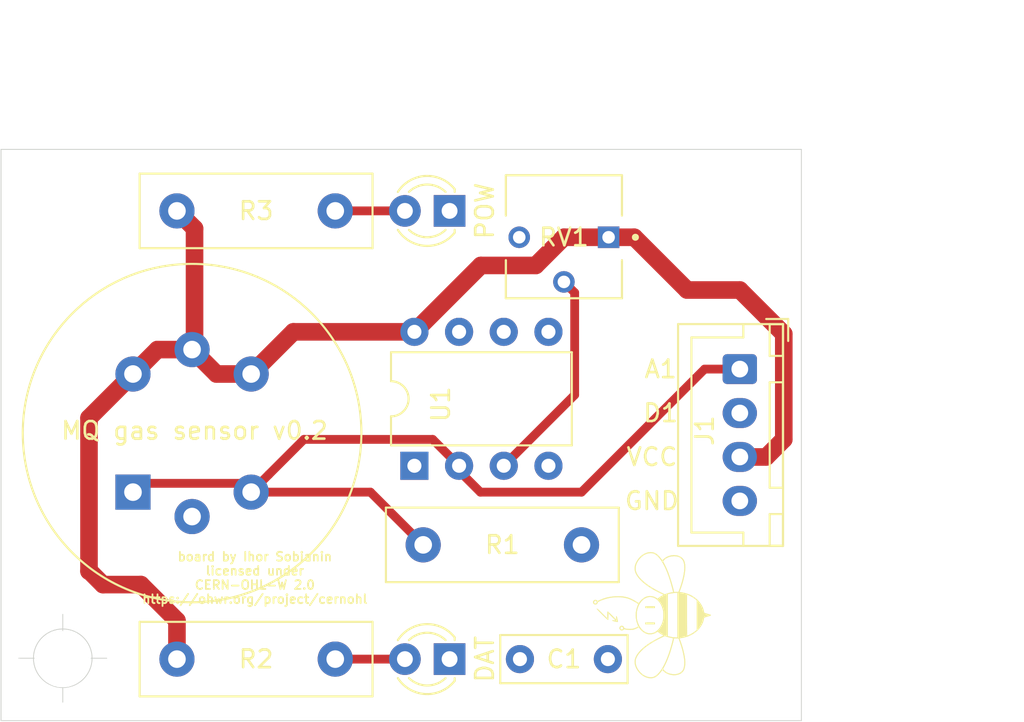
<source format=kicad_pcb>

(kicad_pcb
  (version 20171130)
  (host pcbnew 5.1.10-88a1d61d58~90~ubuntu20.04.1)
  (general
    (thickness 1.6)
    (drawings 18)
    (tracks 57)
    (zones 0)
    (modules 15)
    (nets 8))
  (page A4)
  (layers
    (0 F.Cu signal)
    (31 B.Cu signal)
    (32 B.Adhes user)
    (33 F.Adhes user)
    (34 B.Paste user)
    (35 F.Paste user)
    (36 B.SilkS user)
    (37 F.SilkS user)
    (38 B.Mask user)
    (39 F.Mask user)
    (40 Dwgs.User user)
    (41 Cmts.User user)
    (42 Eco1.User user)
    (43 Eco2.User user)
    (44 Edge.Cuts user)
    (45 Margin user)
    (46 B.CrtYd user)
    (47 F.CrtYd user)
    (48 B.Fab user)
    (49 F.Fab user hide))
  (setup
    (last_trace_width 1)
    (user_trace_width 0.5)
    (user_trace_width 1)
    (trace_clearance 0.2)
    (zone_clearance 0.5)
    (zone_45_only no)
    (trace_min 0.2)
    (via_size 0.8)
    (via_drill 0.4)
    (via_min_size 0.4)
    (via_min_drill 0.3)
    (uvia_size 0.3)
    (uvia_drill 0.1)
    (uvias_allowed no)
    (uvia_min_size 0.2)
    (uvia_min_drill 0.1)
    (edge_width 0.05)
    (segment_width 0.2)
    (pcb_text_width 0.3)
    (pcb_text_size 1.5 1.5)
    (mod_edge_width 0.12)
    (mod_text_size 1 1)
    (mod_text_width 0.15)
    (pad_size 1.524 1.524)
    (pad_drill 0.762)
    (pad_to_mask_clearance 0)
    (aux_axis_origin 127.5 116)
    (visible_elements 7FFFFFFF)
    (pcbplotparams
      (layerselection 0x3ffff_ffffffff)
      (usegerberextensions false)
      (usegerberattributes false)
      (usegerberadvancedattributes false)
      (creategerberjobfile false)
      (excludeedgelayer true)
      (linewidth 0.1)
      (plotframeref false)
      (viasonmask false)
      (mode 1)
      (useauxorigin false)
      (hpglpennumber 1)
      (hpglpenspeed 20)
      (hpglpendiameter 15.0)
      (psnegative false)
      (psa4output false)
      (plotreference true)
      (plotvalue true)
      (plotinvisibletext false)
      (padsonsilk false)
      (subtractmaskfromsilk false)
      (outputformat 1)
      (mirror false)
      (drillshape 0)
      (scaleselection 1)
      (outputdirectory "gerber/")))
  (net 0 "")
  (net 1 GND)
  (net 2 D1)
  (net 3 "Net-(D1-Pad2)")
  (net 4 "Net-(D2-Pad2)")
  (net 5 A1)
  (net 6 +5V)
  (net 7 "Net-(RV1-Pad2)")
  (net_class Default "This is the default net class."
    (clearance 0.2)
    (trace_width 0.25)
    (via_dia 0.8)
    (via_drill 0.4)
    (uvia_dia 0.3)
    (uvia_drill 0.1)
    (add_net +5V)
    (add_net A1)
    (add_net D1)
    (add_net GND)
    (add_net "Net-(D1-Pad2)")
    (add_net "Net-(D2-Pad2)")
    (add_net "Net-(RV1-Pad2)"))
  (module logo-beehive:logo-beehive-7_2х6_7mm
    (layer F.Cu)
    (tedit 0)
    (tstamp 5FD2C7A3)
    (at 161 113.5 90)
    (fp_text reference G***
      (at 0 0 90)
      (layer F.SilkS) hide
      (effects
        (font
          (size 1.524 1.524)
          (thickness 0.3))))
    (fp_text value LOGO
      (at 0.75 0 90)
      (layer F.SilkS) hide
      (effects
        (font
          (size 1.524 1.524)
          (thickness 0.3))))
    (fp_poly
      (pts
        (xy 0.508 0.173182)
        (xy 0.404091 0.173182)
        (xy 0.404091 -0.369454)
        (xy 0.508 -0.369454)
        (xy 0.508 0.173182))
      (layer F.SilkS)
      (width 0.01))
    (fp_poly
      (pts
        (xy -0.415636 0.173182)
        (xy -0.519546 0.173182)
        (xy -0.519546 -0.369454)
        (xy -0.415636 -0.369454)
        (xy -0.415636 0.173182))
      (layer F.SilkS)
      (width 0.01))
    (fp_poly
      (pts
        (xy 0.373099 -3.122533)
        (xy 0.369224 -3.109199)
        (xy 0.354184 -3.086757)
        (xy 0.327016 -3.054031)
        (xy 0.28676 -3.009848)
        (xy 0.232455 -2.953033)
        (xy 0.16314 -2.882413)
        (xy 0.096827 -2.815781)
        (xy -0.190327 -2.528454)
        (xy 0.008746 -2.528454)
        (xy 0.081153 -2.528276)
        (xy 0.133629 -2.52753)
        (xy 0.169333 -2.525895)
        (xy 0.191424 -2.523054)
        (xy 0.203059 -2.518688)
        (xy 0.207397 -2.512477)
        (xy 0.207818 -2.50835)
        (xy 0.199922 -2.495335)
        (xy 0.177598 -2.468358)
        (xy 0.14289 -2.429638)
        (xy 0.097844 -2.381393)
        (xy 0.044505 -2.325843)
        (xy -0.015081 -2.265206)
        (xy -0.031647 -2.248578)
        (xy -0.107675 -2.171851)
        (xy -0.167131 -2.110416)
        (xy -0.21038 -2.063869)
        (xy -0.237787 -2.031809)
        (xy -0.249716 -2.01383)
        (xy -0.248124 -2.009314)
        (xy -0.224942 -2.01189)
        (xy -0.188032 -2.018168)
        (xy -0.15317 -2.025161)
        (xy -0.112516 -2.033013)
        (xy -0.088124 -2.034732)
        (xy -0.073974 -2.030254)
        (xy -0.067646 -2.024266)
        (xy -0.060571 -2.01187)
        (xy -0.063805 -2.001313)
        (xy -0.079929 -1.991447)
        (xy -0.111523 -1.981122)
        (xy -0.161166 -1.969192)
        (xy -0.218458 -1.957139)
        (xy -0.281228 -1.944397)
        (xy -0.325023 -1.935816)
        (xy -0.353499 -1.93097)
        (xy -0.370313 -1.929433)
        (xy -0.379119 -1.930779)
        (xy -0.383574 -1.934583)
        (xy -0.385558 -1.937671)
        (xy -0.386495 -1.953939)
        (xy -0.382402 -1.986838)
        (xy -0.374463 -2.031182)
        (xy -0.363866 -2.081789)
        (xy -0.351794 -2.133474)
        (xy -0.339436 -2.181054)
        (xy -0.327975 -2.219345)
        (xy -0.318599 -2.243164)
        (xy -0.31449 -2.248343)
        (xy -0.295101 -2.249946)
        (xy -0.285455 -2.234986)
        (xy -0.285226 -2.201866)
        (xy -0.294087 -2.148986)
        (xy -0.294139 -2.148738)
        (xy -0.302673 -2.107185)
        (xy -0.308924 -2.074871)
        (xy -0.311687 -2.05806)
        (xy -0.311727 -2.057342)
        (xy -0.303951 -2.063003)
        (xy -0.282058 -2.082978)
        (xy -0.248202 -2.115196)
        (xy -0.204539 -2.157586)
        (xy -0.153221 -2.208077)
        (xy -0.103751 -2.257256)
        (xy 0.104224 -2.464954)
        (xy -0.083408 -2.470727)
        (xy -0.15498 -2.473257)
        (xy -0.20655 -2.476017)
        (xy -0.241206 -2.479383)
        (xy -0.262038 -2.48373)
        (xy -0.272134 -2.489436)
        (xy -0.274392 -2.494)
        (xy -0.267207 -2.50546)
        (xy -0.245659 -2.530835)
        (xy -0.211923 -2.567927)
        (xy -0.168174 -2.614538)
        (xy -0.116585 -2.668467)
        (xy -0.059333 -2.727516)
        (xy 0.001408 -2.789486)
        (xy 0.063464 -2.852177)
        (xy 0.12466 -2.913392)
        (xy 0.18282 -2.97093)
        (xy 0.235771 -3.022593)
        (xy 0.281337 -3.066181)
        (xy 0.317345 -3.099496)
        (xy 0.341618 -3.120339)
        (xy 0.351193 -3.126571)
        (xy 0.366768 -3.127932)
        (xy 0.373099 -3.122533))
      (layer F.SilkS)
      (width 0.01))
    (fp_poly
      (pts
        (xy 0.781124 -3.338272)
        (xy 0.820066 -3.312623)
        (xy 0.850866 -3.27735)
        (xy 0.862381 -3.253557)
        (xy 0.869381 -3.203831)
        (xy 0.86004 -3.155836)
        (xy 0.836291 -3.117453)
        (xy 0.826963 -3.109228)
        (xy 0.800557 -3.08931)
        (xy 0.860848 -2.961859)
        (xy 0.942059 -2.765907)
        (xy 1.003933 -2.561687)
        (xy 1.0468 -2.347606)
        (xy 1.070993 -2.122074)
        (xy 1.077124 -1.922318)
        (xy 1.073712 -1.775328)
        (xy 1.063437 -1.645173)
        (xy 1.045563 -1.526426)
        (xy 1.019354 -1.413658)
        (xy 0.998815 -1.345045)
        (xy 0.968368 -1.263013)
        (xy 0.926952 -1.169003)
        (xy 0.877686 -1.069335)
        (xy 0.823684 -0.970328)
        (xy 0.770857 -0.882677)
        (xy 0.741321 -0.836271)
        (xy 0.716056 -0.796521)
        (xy 0.69781 -0.767754)
        (xy 0.689434 -0.754466)
        (xy 0.694321 -0.742271)
        (xy 0.714538 -0.722105)
        (xy 0.745386 -0.698528)
        (xy 0.810309 -0.647155)
        (xy 0.876016 -0.583521)
        (xy 0.937047 -0.513779)
        (xy 0.987937 -0.444085)
        (xy 1.018545 -0.390721)
        (xy 1.053095 -0.310872)
        (xy 1.074433 -0.238095)
        (xy 1.084874 -0.162371)
        (xy 1.086945 -0.094934)
        (xy 1.076086 0.020467)
        (xy 1.045188 0.132328)
        (xy 0.995987 0.235343)
        (xy 0.96275 0.284984)
        (xy 0.935175 0.321741)
        (xy 0.996225 0.402894)
        (xy 1.032255 0.454242)
        (xy 1.070613 0.514339)
        (xy 1.103634 0.571117)
        (xy 1.10681 0.577014)
        (xy 1.156345 0.669982)
        (xy 1.269255 0.441786)
        (xy 1.379742 0.226784)
        (xy 1.488243 0.032834)
        (xy 1.595982 -0.141879)
        (xy 1.704185 -0.29917)
        (xy 1.814075 -0.440853)
        (xy 1.926878 -0.568743)
        (xy 2.004467 -0.647395)
        (xy 2.12895 -0.758498)
        (xy 2.2502 -0.847038)
        (xy 2.36916 -0.913164)
        (xy 2.48677 -0.957023)
        (xy 2.603972 -0.978764)
        (xy 2.721707 -0.978534)
        (xy 2.840917 -0.956481)
        (xy 2.962542 -0.912754)
        (xy 3.087524 -0.847501)
        (xy 3.125835 -0.823735)
        (xy 3.238046 -0.741435)
        (xy 3.336093 -0.648795)
        (xy 3.419199 -0.547932)
        (xy 3.486591 -0.440965)
        (xy 3.537492 -0.33001)
        (xy 3.571127 -0.217185)
        (xy 3.586721 -0.104607)
        (xy 3.583499 0.005605)
        (xy 3.560685 0.111335)
        (xy 3.517504 0.210464)
        (xy 3.509522 0.224138)
        (xy 3.467783 0.282863)
        (xy 3.410567 0.348425)
        (xy 3.342435 0.416194)
        (xy 3.267951 0.481537)
        (xy 3.215409 0.522663)
        (xy 3.176019 0.551978)
        (xy 3.144162 0.575822)
        (xy 3.123999 0.591072)
        (xy 3.119139 0.594895)
        (xy 3.125036 0.603996)
        (xy 3.144107 0.625315)
        (xy 3.172877 0.655066)
        (xy 3.189509 0.671619)
        (xy 3.25791 0.75317)
        (xy 3.316458 0.851565)
        (xy 3.363304 0.961991)
        (xy 3.396598 1.079634)
        (xy 3.414493 1.199678)
        (xy 3.417102 1.264228)
        (xy 3.40813 1.381577)
        (xy 3.38235 1.49233)
        (xy 3.34125 1.593721)
        (xy 3.286317 1.682986)
        (xy 3.219038 1.75736)
        (xy 3.140903 1.814077)
        (xy 3.113719 1.828107)
        (xy 3.009087 1.865839)
        (xy 2.886866 1.889603)
        (xy 2.747784 1.899491)
        (xy 2.592566 1.895596)
        (xy 2.42194 1.878011)
        (xy 2.236633 1.846829)
        (xy 2.037372 1.802142)
        (xy 1.824883 1.744044)
        (xy 1.599893 1.672626)
        (xy 1.430663 1.613046)
        (xy 1.320008 1.572564)
        (xy 1.295866 1.718578)
        (xy 1.25303 1.913354)
        (xy 1.190764 2.095947)
        (xy 1.10864 2.267293)
        (xy 1.006231 2.428329)
        (xy 0.923258 2.534228)
        (xy 0.814822 2.647279)
        (xy 0.693857 2.746765)
        (xy 0.563822 2.830581)
        (xy 0.428175 2.896622)
        (xy 0.290374 2.942784)
        (xy 0.229531 2.956334)
        (xy 0.189546 2.963931)
        (xy 0.158226 2.970106)
        (xy 0.143514 2.973255)
        (xy 0.135688 2.984969)
        (xy 0.123584 3.014497)
        (xy 0.108873 3.057339)
        (xy 0.093667 3.107452)
        (xy 0.076809 3.166365)
        (xy 0.060376 3.223781)
        (xy 0.0465 3.272257)
        (xy 0.038811 3.299114)
        (xy 0.025628 3.336932)
        (xy 0.012258 3.355729)
        (xy 0 3.359728)
        (xy -0.015288 3.353083)
        (xy -0.028404 3.330514)
        (xy -0.038811 3.299114)
        (xy -0.049206 3.262807)
        (xy -0.063822 3.211743)
        (xy -0.080529 3.153364)
        (xy -0.093667 3.107452)
        (xy -0.109311 3.055982)
        (xy -0.123971 3.013455)
        (xy -0.135977 2.984371)
        (xy -0.143515 2.973255)
        (xy -0.160656 2.969615)
        (xy -0.19313 2.96324)
        (xy -0.229531 2.956334)
        (xy -0.367186 2.919651)
        (xy -0.504219 2.862154)
        (xy -0.637175 2.785947)
        (xy -0.762596 2.693133)
        (xy -0.877026 2.585815)
        (xy -0.923269 2.534228)
        (xy -1.03903 2.38033)
        (xy -1.135257 2.214564)
        (xy -1.212083 2.036622)
        (xy -1.219586 2.011796)
        (xy -1.165985 2.011796)
        (xy -1.160628 2.030696)
        (xy -1.146181 2.0653)
        (xy -1.124874 2.111187)
        (xy -1.098933 2.163934)
        (xy -1.070588 2.219118)
        (xy -1.042066 2.272316)
        (xy -1.015595 2.319106)
        (xy -0.993403 2.355066)
        (xy -0.991985 2.357185)
        (xy -0.958579 2.404438)
        (xy -0.920872 2.454363)
        (xy -0.891354 2.490932)
        (xy -0.840013 2.551546)
        (xy 0.841033 2.551546)
        (xy 0.892441 2.490932)
        (xy 0.93843 2.432196)
        (xy 0.986502 2.362985)
        (xy 1.033888 2.288071)
        (xy 1.077819 2.212231)
        (xy 1.115523 2.140238)
        (xy 1.144233 2.076867)
        (xy 1.160841 2.028255)
        (xy 1.168594 1.997364)
        (xy 0.001251 1.997364)
        (xy -0.195644 1.997416)
        (xy -0.37057 1.997583)
        (xy -0.524648 1.997878)
        (xy -0.659 1.998316)
        (xy -0.774746 1.998909)
        (xy -0.873009 1.999671)
        (xy -0.95491 2.000618)
        (xy -1.02157 2.001762)
        (xy -1.074111 2.003117)
        (xy -1.113653 2.004698)
        (xy -1.141319 2.006517)
        (xy -1.158229 2.00859)
        (xy -1.165506 2.01093)
        (xy -1.165985 2.011796)
        (xy -1.219586 2.011796)
        (xy -1.26964 1.846195)
        (xy -1.308059 1.642973)
        (xy -1.310363 1.625739)
        (xy -1.317382 1.571614)
        (xy -1.42935 1.612882)
        (xy -1.629865 1.683029)
        (xy -1.825759 1.744185)
        (xy -2.015 1.795944)
        (xy -2.195555 1.837898)
        (xy -2.365393 1.869639)
        (xy -2.522479 1.89076)
        (xy -2.664783 1.900853)
        (xy -2.790271 1.899511)
        (xy -2.838314 1.895344)
        (xy -2.96209 1.875638)
        (xy -3.066609 1.846125)
        (xy -3.154103 1.80545)
        (xy -3.226803 1.752259)
        (xy -3.286941 1.685198)
        (xy -3.336747 1.602914)
        (xy -3.343746 1.588582)
        (xy -3.385695 1.481123)
        (xy -3.408942 1.37211)
        (xy -3.411475 1.320836)
        (xy -3.357374 1.320836)
        (xy -3.349051 1.403928)
        (xy -3.330314 1.480954)
        (xy -3.299783 1.559775)
        (xy -3.296364 1.567326)
        (xy -3.25627 1.634464)
        (xy -3.201534 1.697768)
        (xy -3.138721 1.750591)
        (xy -3.084262 1.782114)
        (xy -2.99339 1.813382)
        (xy -2.884978 1.834294)
        (xy -2.762244 1.844603)
        (xy -2.628408 1.844064)
        (xy -2.486691 1.83243)
        (xy -2.463978 1.829585)
        (xy -2.25216 1.794568)
        (xy -2.026325 1.743379)
        (xy -1.788428 1.676523)
        (xy -1.540425 1.594501)
        (xy -1.510962 1.583982)
        (xy -1.325191 1.51715)
        (xy -1.320921 1.390773)
        (xy -1.27 1.390773)
        (xy -1.27 1.454728)
        (xy 1.273528 1.454728)
        (xy 1.266408 1.330287)
        (xy 1.260547 1.26306)
        (xy 1.316252 1.26306)
        (xy 1.321954 1.512174)
        (xy 1.368136 1.530811)
        (xy 1.439484 1.558222)
        (xy 1.526724 1.589564)
        (xy 1.623473 1.622685)
        (xy 1.72335 1.655429)
        (xy 1.819972 1.685644)
        (xy 1.878735 1.703118)
        (xy 2.093291 1.760255)
        (xy 2.292609 1.802908)
        (xy 2.476182 1.831017)
        (xy 2.6435 1.844517)
        (xy 2.794056 1.843349)
        (xy 2.91629 1.829447)
        (xy 3.012927 1.807479)
        (xy 3.091872 1.777436)
        (xy 3.157765 1.737114)
        (xy 3.209942 1.690006)
        (xy 3.274118 1.607281)
        (xy 3.319819 1.513726)
        (xy 3.347495 1.407928)
        (xy 3.357597 1.28847)
        (xy 3.356526 1.229811)
        (xy 3.340665 1.088035)
        (xy 3.306955 0.96039)
        (xy 3.255506 0.847166)
        (xy 3.186427 0.748656)
        (xy 3.170098 0.730306)
        (xy 3.127268 0.685713)
        (xy 3.094795 0.657447)
        (xy 3.0686 0.643813)
        (xy 3.044605 0.643112)
        (xy 3.018734 0.65365)
        (xy 3.005226 0.661713)
        (xy 2.958944 0.688662)
        (xy 2.89593 0.722084)
        (xy 2.820825 0.759719)
        (xy 2.738272 0.799303)
        (xy 2.652912 0.838574)
        (xy 2.569387 0.875271)
        (xy 2.550619 0.883239)
        (xy 2.457139 0.920633)
        (xy 2.346529 0.961571)
        (xy 2.223166 1.004679)
        (xy 2.09143 1.048584)
        (xy 1.955698 1.091912)
        (xy 1.820349 1.133289)
        (xy 1.689763 1.171341)
        (xy 1.568317 1.204694)
        (xy 1.46039 1.231975)
        (xy 1.385859 1.248683)
        (xy 1.316252 1.26306)
        (xy 1.260547 1.26306)
        (xy 1.259747 1.253895)
        (xy 1.248535 1.167625)
        (xy 1.234147 1.079964)
        (xy 1.217961 0.9994)
        (xy 1.203276 0.940955)
        (xy 1.193293 0.906319)
        (xy -1.194304 0.906319)
        (xy -1.220268 1.010228)
        (xy -1.23911 1.098477)
        (xy -1.254501 1.195531)
        (xy -1.26518 1.29174)
        (xy -1.269885 1.377451)
        (xy -1.27 1.390773)
        (xy -1.320921 1.390773)
        (xy -1.316645 1.264228)
        (xy -1.434754 1.236895)
        (xy -1.501797 1.22041)
        (xy -1.585737 1.198273)
        (xy -1.681508 1.171947)
        (xy -1.78404 1.142901)
        (xy -1.888267 1.112598)
        (xy -1.989119 1.082507)
        (xy -2.08153 1.054092)
        (xy -2.160431 1.02882)
        (xy -2.199409 1.015696)
        (xy -2.323182 0.971175)
        (xy -2.448985 0.92273)
        (xy -2.572984 0.872035)
        (xy -2.691345 0.820767)
        (xy -2.800235 0.770601)
        (xy -2.89582 0.723212)
        (xy -2.974265 0.680275)
        (xy -2.993815 0.668554)
        (xy -3.027147 0.649909)
        (xy -3.05353 0.642358)
        (xy -3.078126 0.647357)
        (xy -3.106096 0.666363)
        (xy -3.142603 0.700832)
        (xy -3.15587 0.714282)
        (xy -3.232717 0.809128)
        (xy -3.291358 0.918026)
        (xy -3.331675 1.040673)
        (xy -3.353547 1.176766)
        (xy -3.356664 1.223819)
        (xy -3.357374 1.320836)
        (xy -3.411475 1.320836)
        (xy -3.414734 1.254894)
        (xy -3.413307 1.218046)
        (xy -3.396132 1.080679)
        (xy -3.361188 0.952052)
        (xy -3.309573 0.83484)
        (xy -3.242385 0.731716)
        (xy -3.188985 0.671619)
        (xy -3.1569 0.639059)
        (xy -3.132792 0.613101)
        (xy -3.120127 0.597552)
        (xy -3.119139 0.594895)
        (xy -3.1295 0.586909)
        (xy -3.154289 0.568322)
        (xy -3.189354 0.542238)
        (xy -3.216089 0.522438)
        (xy -3.292731 0.461203)
        (xy -3.366118 0.3941)
        (xy -3.431605 0.325854)
        (xy -3.484547 0.261184)
        (xy -3.509522 0.224148)
        (xy -3.556269 0.125261)
        (xy -3.582294 0.01982)
        (xy -3.58729 -0.071302)
        (xy -3.531475 -0.071302)
        (xy -3.530831 -0.039606)
        (xy -3.527441 0.015291)
        (xy -3.521365 0.056568)
        (xy -3.510236 0.093692)
        (xy -3.491685 0.136134)
        (xy -3.481814 0.156403)
        (xy -3.425027 0.248295)
        (xy -3.345829 0.340169)
        (xy -3.244895 0.431635)
        (xy -3.122901 0.522299)
        (xy -2.980524 0.611771)
        (xy -2.81844 0.699659)
        (xy -2.637324 0.785571)
        (xy -2.437852 0.869116)
        (xy -2.220702 0.949901)
        (xy -1.986548 1.027535)
        (xy -1.9685 1.033164)
        (xy -1.899652 1.053987)
        (xy -1.823419 1.076095)
        (xy -1.742903 1.098684)
        (xy -1.661204 1.120951)
        (xy -1.581421 1.142094)
        (xy -1.506657 1.161309)
        (xy -1.440011 1.177795)
        (xy -1.384584 1.190747)
        (xy -1.343476 1.199364)
        (xy -1.319788 1.202841)
        (xy -1.315331 1.202301)
        (xy -1.310525 1.18843)
        (xy -1.303023 1.157156)
        (xy -1.294048 1.113834)
        (xy -1.288644 1.085273)
        (xy -1.275538 1.023924)
        (xy -1.257466 0.952675)
        (xy -1.237498 0.883276)
        (xy -1.228744 0.855882)
        (xy -1.188907 0.736173)
        (xy -1.190922 0.731736)
        (xy 1.187715 0.731736)
        (xy 1.224028 0.841244)
        (xy 1.24494 0.908541)
        (xy 1.264527 0.979266)
        (xy 1.281511 1.04802)
        (xy 1.294618 1.109401)
        (xy 1.302571 1.158011)
        (xy 1.304386 1.181301)
        (xy 1.307638 1.204155)
        (xy 1.31928 1.209081)
        (xy 1.324841 1.207791)
        (xy 1.342821 1.202968)
        (xy 1.378686 1.193763)
        (xy 1.427904 1.181327)
        (xy 1.485942 1.166807)
        (xy 1.512454 1.160216)
        (xy 1.7631 1.094106)
        (xy 2.000962 1.023487)
        (xy 2.225116 0.948828)
        (xy 2.434641 0.870599)
        (xy 2.628614 0.789271)
        (xy 2.806113 0.705311)
        (xy 2.966216 0.61919)
        (xy 3.108001 0.531377)
        (xy 3.230545 0.442341)
        (xy 3.332927 0.352553)
        (xy 3.414223 0.262482)
        (xy 3.473511 0.172596)
        (xy 3.480994 0.15806)
        (xy 3.502829 0.111304)
        (xy 3.516532 0.072763)
        (xy 3.524475 0.033013)
        (xy 3.529027 -0.017368)
        (xy 3.530161 -0.037404)
        (xy 3.525184 -0.160604)
        (xy 3.497675 -0.281907)
        (xy 3.448182 -0.400087)
        (xy 3.377254 -0.513921)
        (xy 3.285439 -0.622184)
        (xy 3.25425 -0.653064)
        (xy 3.14536 -0.74489)
        (xy 3.031263 -0.818683)
        (xy 2.914113 -0.873715)
        (xy 2.796064 -0.909257)
        (xy 2.679268 -0.924579)
        (xy 2.565881 -0.918952)
        (xy 2.505364 -0.906562)
        (xy 2.39331 -0.865968)
        (xy 2.278736 -0.803154)
        (xy 2.162206 -0.718784)
        (xy 2.044283 -0.613524)
        (xy 1.925533 -0.488036)
        (xy 1.80652 -0.342986)
        (xy 1.687807 -0.179037)
        (xy 1.56996 0.003146)
        (xy 1.453542 0.202899)
        (xy 1.339118 0.419558)
        (xy 1.284575 0.530391)
        (xy 1.187715 0.731736)
        (xy -1.190922 0.731736)
        (xy -1.242049 0.6192)
        (xy -1.344968 0.403905)
        (xy -1.452176 0.201117)
        (xy -1.562851 0.011828)
        (xy -1.676172 -0.16297)
        (xy -1.791318 -0.322286)
        (xy -1.907468 -0.465127)
        (xy -2.0238 -0.590502)
        (xy -2.139494 -0.697418)
        (xy -2.253727 -0.784885)
        (xy -2.36568 -0.851909)
        (xy -2.47453 -0.8975)
        (xy -2.505364 -0.906562)
        (xy -2.615938 -0.924099)
        (xy -2.731113 -0.920284)
        (xy -2.848734 -0.895846)
        (xy -2.966648 -0.851514)
        (xy -3.082701 -0.788017)
        (xy -3.19474 -0.706084)
        (xy -3.25425 -0.653064)
        (xy -3.352283 -0.546482)
        (xy -3.429568 -0.433803)
        (xy -3.485559 -0.316239)
        (xy -3.51971 -0.195001)
        (xy -3.531475 -0.071302)
        (xy -3.58729 -0.071302)
        (xy -3.588325 -0.090174)
        (xy -3.575091 -0.202723)
        (xy -3.543319 -0.315828)
        (xy -3.493736 -0.427488)
        (xy -3.427071 -0.535706)
        (xy -3.344052 -0.638481)
        (xy -3.245405 -0.733815)
        (xy -3.131858 -0.819709)
        (xy -3.128818 -0.821729)
        (xy -3.003531 -0.894559)
        (xy -2.880454 -0.945281)
        (xy -2.758981 -0.973797)
        (xy -2.638509 -0.980009)
        (xy -2.518432 -0.96382)
        (xy -2.398146 -0.925131)
        (xy -2.277046 -0.863845)
        (xy -2.154528 -0.779862)
        (xy -2.029987 -0.673087)
        (xy -1.993285 -0.637726)
        (xy -1.876664 -0.514496)
        (xy -1.76359 -0.378067)
        (xy -1.652878 -0.226667)
        (xy -1.543339 -0.058527)
        (xy -1.433786 0.128125)
        (xy -1.323032 0.335058)
        (xy -1.269145 0.442009)
        (xy -1.156125 0.670426)
        (xy -1.109291 0.580554)
        (xy -1.078495 0.526225)
        (xy -1.040587 0.466059)
        (xy -1.003155 0.412031)
        (xy -0.998816 0.406212)
        (xy -0.935175 0.321741)
        (xy -0.962751 0.284984)
        (xy -1.021033 0.188878)
        (xy -1.061938 0.08109)
        (xy -1.083733 -0.033077)
        (xy -1.086945 -0.094934)
        (xy -1.086541 -0.104581)
        (xy -1.03596 -0.104581)
        (xy -1.026154 0.004092)
        (xy -0.995446 0.109498)
        (xy -0.944929 0.210166)
        (xy -0.875696 0.304621)
        (xy -0.78884 0.391391)
        (xy -0.685456 0.469002)
        (xy -0.566635 0.535983)
        (xy -0.433472 0.590859)
        (xy -0.423003 0.594423)
        (xy -0.343148 0.618909)
        (xy -0.268002 0.636303)
        (xy -0.191285 0.647415)
        (xy -0.10671 0.653053)
        (xy -0.007997 0.654028)
        (xy 0.034636 0.653341)
        (xy 0.112848 0.651127)
        (xy 0.17405 0.647841)
        (xy 0.224321 0.642791)
        (xy 0.269739 0.635286)
        (xy 0.316383 0.624634)
        (xy 0.339248 0.618667)
        (xy 0.48028 0.572409)
        (xy 0.60799 0.513494)
        (xy 0.721255 0.443288)
        (xy 0.818952 0.363159)
        (xy 0.89996 0.274475)
        (xy 0.963155 0.178601)
        (xy 1.007416 0.076906)
        (xy 1.031619 -0.029243)
        (xy 1.034643 -0.13848)
        (xy 1.02377 -0.215046)
        (xy 0.988557 -0.32622)
        (xy 0.932382 -0.430687)
        (xy 0.856726 -0.527164)
        (xy 0.763074 -0.614365)
        (xy 0.652907 -0.691003)
        (xy 0.527709 -0.755794)
        (xy 0.388962 -0.807452)
        (xy 0.317435 -0.827343)
        (xy 0.265651 -0.839627)
        (xy 0.220998 -0.848283)
        (xy 0.17729 -0.853929)
        (xy 0.128345 -0.85718)
        (xy 0.067978 -0.858652)
        (xy 0 -0.858965)
        (xy -0.075828 -0.858546)
        (xy -0.134778 -0.856879)
        (xy -0.183055 -0.853351)
        (xy -0.226862 -0.847346)
        (xy -0.272404 -0.838251)
        (xy -0.3175 -0.827536)
        (xy -0.462194 -0.78292)
        (xy -0.594078 -0.724467)
        (xy -0.711668 -0.653466)
        (xy -0.813482 -0.571202)
        (xy -0.898035 -0.478962)
        (xy -0.963844 -0.378032)
        (xy -1.009426 -0.269698)
        (xy -1.02377 -0.215046)
        (xy -1.03596 -0.104581)
        (xy -1.086541 -0.104581)
        (xy -1.083385 -0.179891)
        (xy -1.070732 -0.2541)
        (xy -1.046671 -0.327578)
        (xy -1.018545 -0.390721)
        (xy -0.980207 -0.455708)
        (xy -0.927199 -0.525847)
        (xy -0.864982 -0.594984)
        (xy -0.799018 -0.656964)
        (xy -0.745379 -0.698532)
        (xy -0.681877 -0.742268)
        (xy -0.711307 -0.789657)
        (xy -0.775382 -0.91204)
        (xy -0.815808 -1.027545)
        (xy -0.827612 -1.090213)
        (xy -0.834802 -1.168285)
        (xy -0.837383 -1.254538)
        (xy -0.835358 -1.341751)
        (xy -0.828733 -1.422702)
        (xy -0.81751 -1.490171)
        (xy -0.815547 -1.498229)
        (xy -0.794048 -1.58214)
        (xy -0.823808 -1.60555)
        (xy -0.855103 -1.643446)
        (xy -0.868873 -1.689922)
        (xy -0.86773 -1.706645)
        (xy -0.819727 -1.706645)
        (xy -0.810207 -1.679885)
        (xy -0.786971 -1.652868)
        (xy -0.758005 -1.63322)
        (xy -0.737292 -1.627909)
        (xy -0.710612 -1.635591)
        (xy -0.684812 -1.653012)
        (xy -0.663044 -1.686513)
        (xy -0.659999 -1.722991)
        (xy -0.673306 -1.756371)
        (xy -0.700596 -1.780577)
        (xy -0.738071 -1.789545)
        (xy -0.771185 -1.779412)
        (xy -0.800241 -1.754129)
        (xy -0.817681 -1.721369)
        (xy -0.819727 -1.706645)
        (xy -0.86773 -1.706645)
        (xy -0.865518 -1.739005)
        (xy -0.845439 -1.784719)
        (xy -0.809361 -1.820873)
        (xy -0.764231 -1.842776)
        (xy -0.71985 -1.844407)
        (xy -0.67516 -1.829062)
        (xy -0.639173 -1.800811)
        (xy -0.612432 -1.758947)
        (xy -0.600564 -1.712661)
        (xy -0.600407 -1.706982)
        (xy -0.610708 -1.664952)
        (xy -0.637735 -1.624526)
        (xy -0.675862 -1.593111)
        (xy -0.693329 -1.584583)
        (xy -0.721895 -1.570686)
        (xy -0.739711 -1.55217)
        (xy -0.753326 -1.521228)
        (xy -0.757751 -1.507784)
        (xy -0.769308 -1.45586)
        (xy -0.777432 -1.387829)
        (xy -0.781948 -1.310446)
        (xy -0.782678 -1.230465)
        (xy -0.779447 -1.15464)
        (xy -0.772077 -1.089725)
        (xy -0.769104 -1.073727)
        (xy -0.757296 -1.030294)
        (xy -0.73904 -0.97831)
        (xy -0.716774 -0.923294)
        (xy -0.692936 -0.870762)
        (xy -0.669964 -0.826231)
        (xy -0.650298 -0.795219)
        (xy -0.641975 -0.786089)
        (xy -0.623931 -0.784078)
        (xy -0.587414 -0.793208)
        (xy -0.531675 -0.81367)
        (xy -0.528876 -0.814791)
        (xy -0.356342 -0.871998)
        (xy -0.181043 -0.906566)
        (xy -0.004425 -0.918495)
        (xy 0.172062 -0.907786)
        (xy 0.346972 -0.87444)
        (xy 0.518857 -0.818457)
        (xy 0.529286 -0.814279)
        (xy 0.629227 -0.773804)
        (xy 0.652693 -0.802464)
        (xy 0.675511 -0.833998)
        (xy 0.706046 -0.881335)
        (xy 0.741548 -0.939695)
        (xy 0.779269 -1.004299)
        (xy 0.816461 -1.070367)
        (xy 0.850376 -1.133118)
        (xy 0.878263 -1.187772)
        (xy 0.894974 -1.223818)
        (xy 0.952283 -1.384565)
        (xy 0.993139 -1.55845)
        (xy 1.017692 -1.742563)
        (xy 1.026091 -1.933994)
        (xy 1.018488 -2.129834)
        (xy 0.995032 -2.327174)
        (xy 0.955874 -2.523103)
        (xy 0.901163 -2.714712)
        (xy 0.83105 -2.899092)
        (xy 0.805599 -2.955636)
        (xy 0.782039 -3.005003)
        (xy 0.764405 -3.037704)
        (xy 0.749165 -3.058139)
        (xy 0.732786 -3.070709)
        (xy 0.711739 -3.079812)
        (xy 0.70366 -3.082636)
        (xy 0.659252 -3.106825)
        (xy 0.624129 -3.142791)
        (xy 0.603562 -3.184206)
        (xy 0.600364 -3.206712)
        (xy 0.604074 -3.224306)
        (xy 0.659665 -3.224306)
        (xy 0.662521 -3.188954)
        (xy 0.683492 -3.15701)
        (xy 0.688511 -3.152747)
        (xy 0.725237 -3.132232)
        (xy 0.758193 -3.133638)
        (xy 0.791365 -3.157134)
        (xy 0.791388 -3.157157)
        (xy 0.814899 -3.190331)
        (xy 0.816319 -3.223285)
        (xy 0.795819 -3.260007)
        (xy 0.795798 -3.260034)
        (xy 0.76393 -3.285504)
        (xy 0.738071 -3.290454)
        (xy 0.699613 -3.281092)
        (xy 0.672753 -3.257031)
        (xy 0.659665 -3.224306)
        (xy 0.604074 -3.224306)
        (xy 0.611034 -3.257305)
        (xy 0.639695 -3.301015)
        (xy 0.68132 -3.332816)
        (xy 0.730884 -3.347682)
        (xy 0.741833 -3.348181)
        (xy 0.781124 -3.338272))
      (layer F.SilkS)
      (width 0.01)))
  (module MountingHole:MountingHole_3.2mm_M3_DIN965
    (layer F.Cu)
    (tedit 56D1B4CB)
    (tstamp 5F325354)
    (at 166 90.5)
    (descr "Mounting Hole 3.2mm, no annular, M3, DIN965")
    (tags "mounting hole 3.2mm no annular m3 din965")
    (attr virtual)
    (fp_text reference REF**
      (at 0 -3.8)
      (layer F.Fab)
      (effects
        (font
          (size 1 1)
          (thickness 0.15))))
    (fp_text value MountingHole_3.2mm_M3_DIN965
      (at 0 3.8)
      (layer F.Fab) hide
      (effects
        (font
          (size 1 1)
          (thickness 0.15))))
    (fp_text user %R
      (at 0.3 0)
      (layer F.Fab)
      (effects
        (font
          (size 1 1)
          (thickness 0.15))))
    (fp_circle
      (center 0 0)
      (end 2.8 0)
      (layer Cmts.User)
      (width 0.15))
    (fp_circle
      (center 0 0)
      (end 3.05 0)
      (layer F.CrtYd)
      (width 0.05))
    (pad 1 np_thru_hole circle
      (at 0 0)
      (size 3.2 3.2)
      (drill 3.2)
      (layers *.Cu *.Mask)))
  (module MountingHole:MountingHole_3.2mm_M3_DIN965
    (layer F.Cu)
    (tedit 56D1B4CB)
    (tstamp 5F3251AF)
    (at 166 116)
    (descr "Mounting Hole 3.2mm, no annular, M3, DIN965")
    (tags "mounting hole 3.2mm no annular m3 din965")
    (attr virtual)
    (fp_text reference REF**
      (at 0 -3.8)
      (layer F.Fab)
      (effects
        (font
          (size 1 1)
          (thickness 0.15))))
    (fp_text value MountingHole_3.2mm_M3_DIN965
      (at 0 3.8)
      (layer F.Fab) hide
      (effects
        (font
          (size 1 1)
          (thickness 0.15))))
    (fp_text user %R
      (at 0.3 0)
      (layer F.Fab)
      (effects
        (font
          (size 1 1)
          (thickness 0.15))))
    (fp_circle
      (center 0 0)
      (end 3.05 0)
      (layer F.CrtYd)
      (width 0.05))
    (fp_circle
      (center 0 0)
      (end 2.8 0)
      (layer Cmts.User)
      (width 0.15))
    (pad 1 np_thru_hole circle
      (at 0 0)
      (size 3.2 3.2)
      (drill 3.2)
      (layers *.Cu *.Mask)))
  (module MountingHole:MountingHole_3.2mm_M3_DIN965
    (layer F.Cu)
    (tedit 56D1B4CB)
    (tstamp 5F3251AF)
    (at 127.5 90.5)
    (descr "Mounting Hole 3.2mm, no annular, M3, DIN965")
    (tags "mounting hole 3.2mm no annular m3 din965")
    (attr virtual)
    (fp_text reference REF**
      (at 0 -3.8)
      (layer F.Fab)
      (effects
        (font
          (size 1 1)
          (thickness 0.15))))
    (fp_text value MountingHole_3.2mm_M3_DIN965
      (at 0 3.8)
      (layer F.Fab) hide
      (effects
        (font
          (size 1 1)
          (thickness 0.15))))
    (fp_text user %R
      (at 0.3 0)
      (layer F.Fab)
      (effects
        (font
          (size 1 1)
          (thickness 0.15))))
    (fp_circle
      (center 0 0)
      (end 3.05 0)
      (layer F.CrtYd)
      (width 0.05))
    (fp_circle
      (center 0 0)
      (end 2.8 0)
      (layer Cmts.User)
      (width 0.15))
    (pad 1 np_thru_hole circle
      (at 0 0)
      (size 3.2 3.2)
      (drill 3.2)
      (layers *.Cu *.Mask)))
  (module MountingHole:MountingHole_3.2mm_M3_DIN965
    (layer F.Cu)
    (tedit 56D1B4CB)
    (tstamp 5F325196)
    (at 127.5 116)
    (descr "Mounting Hole 3.2mm, no annular, M3, DIN965")
    (tags "mounting hole 3.2mm no annular m3 din965")
    (attr virtual)
    (fp_text reference REF**
      (at 0 -3.8)
      (layer F.Fab)
      (effects
        (font
          (size 1 1)
          (thickness 0.15))))
    (fp_text value MountingHole_3.2mm_M3_DIN965
      (at 0 3.8)
      (layer F.Fab) hide
      (effects
        (font
          (size 1 1)
          (thickness 0.15))))
    (fp_text user %R
      (at 0.3 0)
      (layer F.Fab)
      (effects
        (font
          (size 1 1)
          (thickness 0.15))))
    (fp_circle
      (center 0 0)
      (end 2.8 0)
      (layer Cmts.User)
      (width 0.15))
    (fp_circle
      (center 0 0)
      (end 3.05 0)
      (layer F.CrtYd)
      (width 0.05))
    (pad 1 np_thru_hole circle
      (at 0 0)
      (size 3.2 3.2)
      (drill 3.2)
      (layers *.Cu *.Mask)))
  (module Sensor:MQ-6
    (layer F.Cu)
    (tedit 5D9B6A52)
    (tstamp 5F3232C7)
    (at 131.5 106.5 90)
    (descr "Gas Sensor, 6 pin, https://www.winsen-sensor.com/d/files/semiconductor/mq-6.pdf")
    (tags "gas sensor")
    (path /5F30F730)
    (fp_text reference A1
      (at 10 0 180)
      (layer F.SilkS) hide
      (effects
        (font
          (size 1 1)
          (thickness 0.15))))
    (fp_text value MQ-135
      (at 3.36 14.36 90)
      (layer F.Fab)
      (effects
        (font
          (size 1 1)
          (thickness 0.15))))
    (fp_text user %R
      (at 3.65 3.68 90)
      (layer F.Fab)
      (effects
        (font
          (size 1 1)
          (thickness 0.15))))
    (fp_circle
      (center 3.36 3.36)
      (end 12.86 3.36)
      (layer F.Fab)
      (width 0.1))
    (fp_circle
      (center 3.36 3.36)
      (end 12.985 3.36)
      (layer F.SilkS)
      (width 0.12))
    (fp_circle
      (center 3.36 3.36)
      (end 13.11 3.36)
      (layer F.CrtYd)
      (width 0.05))
    (pad 6 thru_hole circle
      (at 6.72 0)
      (size 2 2)
      (drill 1)
      (layers *.Cu *.Mask))
    (pad 4 thru_hole circle
      (at 6.72 6.72 270)
      (size 2 2)
      (drill 1)
      (layers *.Cu *.Mask)
      (net 6 +5V))
    (pad 3 thru_hole circle
      (at 0 6.72 180)
      (size 2 2)
      (drill 1)
      (layers *.Cu *.Mask)
      (net 5 A1))
    (pad 1 thru_hole rect
      (at 0 0 90)
      (size 2 2)
      (drill 1)
      (layers *.Cu *.Mask)
      (net 5 A1))
    (pad 5 thru_hole circle
      (at 8.11 3.36 90)
      (size 2 2)
      (drill 1)
      (layers *.Cu *.Mask)
      (net 6 +5V))
    (pad 2 thru_hole circle
      (at -1.39 3.36 90)
      (size 2 2)
      (drill 1)
      (layers *.Cu *.Mask))
    (model "E:/Program Files (x86)/KiCad/share/kicad/modules/Sensor.3dshapes/mq sensor.STEP"
      (offset
        (xyz 3.35 -3.42 0))
      (scale
        (xyz 0.45 0.45 0.45))
      (rotate
        (xyz -90 0 0)))
    (model "E:/Program Files (x86)/BeeHive/hardware/kicad_libraries/modules/BeeHive.3dshapes/mq sensor.STEP"
      (offset
        (xyz 3.35 -3.42 0))
      (scale
        (xyz 0.45 0.45 0.45))
      (rotate
        (xyz -90 0 0))))
  (module Package_DIP:DIP-8_W7.62mm
    (layer F.Cu)
    (tedit 5A02E8C5)
    (tstamp 5F3232B9)
    (at 147.5 105 90)
    (descr "8-lead though-hole mounted DIP package, row spacing 7.62 mm (300 mils)")
    (tags "THT DIP DIL PDIP 2.54mm 7.62mm 300mil")
    (path /5F311FD8)
    (fp_text reference U1
      (at 3.5 1.5 90)
      (layer F.SilkS)
      (effects
        (font
          (size 1 1)
          (thickness 0.15))))
    (fp_text value LM393
      (at 3.81 9.95 90)
      (layer F.Fab)
      (effects
        (font
          (size 1 1)
          (thickness 0.15))))
    (fp_text user %R
      (at 3.81 3.81 90)
      (layer F.Fab)
      (effects
        (font
          (size 1 1)
          (thickness 0.15))))
    (fp_line
      (start 1.635 -1.27)
      (end 6.985 -1.27)
      (layer F.Fab)
      (width 0.1))
    (fp_line
      (start 6.985 -1.27)
      (end 6.985 8.89)
      (layer F.Fab)
      (width 0.1))
    (fp_line
      (start 6.985 8.89)
      (end 0.635 8.89)
      (layer F.Fab)
      (width 0.1))
    (fp_line
      (start 0.635 8.89)
      (end 0.635 -0.27)
      (layer F.Fab)
      (width 0.1))
    (fp_line
      (start 0.635 -0.27)
      (end 1.635 -1.27)
      (layer F.Fab)
      (width 0.1))
    (fp_line
      (start 2.81 -1.33)
      (end 1.16 -1.33)
      (layer F.SilkS)
      (width 0.12))
    (fp_line
      (start 1.16 -1.33)
      (end 1.16 8.95)
      (layer F.SilkS)
      (width 0.12))
    (fp_line
      (start 1.16 8.95)
      (end 6.46 8.95)
      (layer F.SilkS)
      (width 0.12))
    (fp_line
      (start 6.46 8.95)
      (end 6.46 -1.33)
      (layer F.SilkS)
      (width 0.12))
    (fp_line
      (start 6.46 -1.33)
      (end 4.81 -1.33)
      (layer F.SilkS)
      (width 0.12))
    (fp_line
      (start -1.1 -1.55)
      (end -1.1 9.15)
      (layer F.CrtYd)
      (width 0.05))
    (fp_line
      (start -1.1 9.15)
      (end 8.7 9.15)
      (layer F.CrtYd)
      (width 0.05))
    (fp_line
      (start 8.7 9.15)
      (end 8.7 -1.55)
      (layer F.CrtYd)
      (width 0.05))
    (fp_line
      (start 8.7 -1.55)
      (end -1.1 -1.55)
      (layer F.CrtYd)
      (width 0.05))
    (fp_arc
      (start 3.81 -1.33)
      (end 2.81 -1.33)
      (angle -180)
      (layer F.SilkS)
      (width 0.12))
    (pad 8 thru_hole oval
      (at 7.62 0 90)
      (size 1.6 1.6)
      (drill 0.8)
      (layers *.Cu *.Mask)
      (net 6 +5V))
    (pad 4 thru_hole oval
      (at 0 7.62 90)
      (size 1.6 1.6)
      (drill 0.8)
      (layers *.Cu *.Mask))
    (pad 7 thru_hole oval
      (at 7.62 2.54 90)
      (size 1.6 1.6)
      (drill 0.8)
      (layers *.Cu *.Mask))
    (pad 3 thru_hole oval
      (at 0 5.08 90)
      (size 1.6 1.6)
      (drill 0.8)
      (layers *.Cu *.Mask)
      (net 7 "Net-(RV1-Pad2)"))
    (pad 6 thru_hole oval
      (at 7.62 5.08 90)
      (size 1.6 1.6)
      (drill 0.8)
      (layers *.Cu *.Mask))
    (pad 2 thru_hole oval
      (at 0 2.54 90)
      (size 1.6 1.6)
      (drill 0.8)
      (layers *.Cu *.Mask)
      (net 5 A1))
    (pad 5 thru_hole oval
      (at 7.62 7.62 90)
      (size 1.6 1.6)
      (drill 0.8)
      (layers *.Cu *.Mask))
    (pad 1 thru_hole rect
      (at 0 0 90)
      (size 1.6 1.6)
      (drill 0.8)
      (layers *.Cu *.Mask))
    (model ${KISYS3DMOD}/Package_DIP.3dshapes/DIP-8_W7.62mm.wrl
      (at
        (xyz 0 0 0))
      (scale
        (xyz 1 1 1))
      (rotate
        (xyz 0 0 0))))
  (module 3362P-1-103:TRIM_3362P-1-103
    (layer F.Cu)
    (tedit 5F314176)
    (tstamp 5F32329D)
    (at 156 92 180)
    (path /5F3115AA)
    (fp_text reference RV1
      (at 0 0)
      (layer F.SilkS)
      (effects
        (font
          (size 1 1)
          (thickness 0.15))))
    (fp_text value R_POT
      (at 6.7769 4.67565)
      (layer F.Fab)
      (effects
        (font
          (size 1.002394 1.002394)
          (thickness 0.015))))
    (fp_circle
      (center -4.064 0)
      (end -3.964 0)
      (layer F.SilkS)
      (width 0.2))
    (fp_line
      (start 3.3 3.53)
      (end -3.3 3.53)
      (layer F.SilkS)
      (width 0.127))
    (fp_line
      (start -3.3 3.53)
      (end -3.3 -3.47)
      (layer F.Fab)
      (width 0.127))
    (fp_line
      (start 3.3 3.53)
      (end -3.3 3.53)
      (layer F.Fab)
      (width 0.127))
    (fp_line
      (start 3.3 -3.47)
      (end 3.3 3.53)
      (layer F.Fab)
      (width 0.127))
    (fp_line
      (start -3.3 -3.47)
      (end 3.3 -3.47)
      (layer F.Fab)
      (width 0.127))
    (fp_line
      (start 3.55 -3.72)
      (end 3.55 3.78)
      (layer F.CrtYd)
      (width 0.05))
    (fp_line
      (start -3.55 -3.72)
      (end 3.55 -3.72)
      (layer F.CrtYd)
      (width 0.05))
    (fp_line
      (start -3.55 3.78)
      (end -3.55 -3.72)
      (layer F.CrtYd)
      (width 0.05))
    (fp_line
      (start 3.55 3.78)
      (end -3.55 3.78)
      (layer F.CrtYd)
      (width 0.05))
    (fp_line
      (start 3.3 1.235)
      (end 3.3 3.52)
      (layer F.SilkS)
      (width 0.127))
    (fp_line
      (start 3.3 -3.47)
      (end 3.3 -1.305)
      (layer F.SilkS)
      (width 0.127))
    (fp_line
      (start -3.3 -3.47)
      (end 3.3 -3.47)
      (layer F.SilkS)
      (width 0.127))
    (fp_line
      (start -3.3 -1.305)
      (end -3.3 -3.47)
      (layer F.SilkS)
      (width 0.127))
    (fp_line
      (start -3.3 3.52)
      (end -3.3 1.235)
      (layer F.SilkS)
      (width 0.127))
    (pad 3 thru_hole circle
      (at 2.54 0 180)
      (size 1.222 1.222)
      (drill 0.714)
      (layers *.Cu *.Mask))
    (pad 2 thru_hole circle
      (at 0 -2.54 180)
      (size 1.222 1.222)
      (drill 0.714)
      (layers *.Cu *.Mask)
      (net 7 "Net-(RV1-Pad2)"))
    (pad 1 thru_hole rect
      (at -2.54 0 180)
      (size 1.222 1.222)
      (drill 0.714)
      (layers *.Cu *.Mask)
      (net 6 +5V))
    (model "E:/Program Files (x86)/KiCad/share/kicad/modules/3362P-1-103.pretty/Bourns_-_3362P-1-103LF.step"
      (at
        (xyz 0 0 0))
      (scale
        (xyz 1 1 1))
      (rotate
        (xyz 0 0 0)))
    (model "E:/Program Files (x86)/BeeHive/hardware/kicad_libraries/modules/BeeHive.3dshapes/Bourns_-_3362P-1-103LF.step"
      (at
        (xyz 0 0 0))
      (scale
        (xyz 1 1 1))
      (rotate
        (xyz 0 0 0))))
  (module Resistor_THT:R_Box_L13.0mm_W4.0mm_P9.00mm
    (layer F.Cu)
    (tedit 5AE5139B)
    (tstamp 5F323287)
    (at 134 90.5)
    (descr "Resistor, Box series, Radial, pin pitch=9.00mm, 2W, length*width=13.0*4.0mm^2, http://www.produktinfo.conrad.com/datenblaetter/425000-449999/443860-da-01-de-METALLBAND_WIDERSTAND_0_1_OHM_5W_5Pr.pdf")
    (tags "Resistor Box series Radial pin pitch 9.00mm 2W length 13.0mm width 4.0mm")
    (path /5F35CEC6)
    (fp_text reference R3
      (at 4.5 0)
      (layer F.SilkS)
      (effects
        (font
          (size 1 1)
          (thickness 0.15))))
    (fp_text value 1k
      (at 4.5 3.25)
      (layer F.Fab)
      (effects
        (font
          (size 1 1)
          (thickness 0.15))))
    (fp_text user %R
      (at 4.5 0)
      (layer F.Fab)
      (effects
        (font
          (size 1 1)
          (thickness 0.15))))
    (fp_line
      (start 11.25 -2.25)
      (end -2.25 -2.25)
      (layer F.CrtYd)
      (width 0.05))
    (fp_line
      (start 11.25 2.25)
      (end 11.25 -2.25)
      (layer F.CrtYd)
      (width 0.05))
    (fp_line
      (start -2.25 2.25)
      (end 11.25 2.25)
      (layer F.CrtYd)
      (width 0.05))
    (fp_line
      (start -2.25 -2.25)
      (end -2.25 2.25)
      (layer F.CrtYd)
      (width 0.05))
    (fp_line
      (start 11.12 -2.12)
      (end 11.12 2.12)
      (layer F.SilkS)
      (width 0.12))
    (fp_line
      (start -2.12 -2.12)
      (end -2.12 2.12)
      (layer F.SilkS)
      (width 0.12))
    (fp_line
      (start -2.12 2.12)
      (end 11.12 2.12)
      (layer F.SilkS)
      (width 0.12))
    (fp_line
      (start -2.12 -2.12)
      (end 11.12 -2.12)
      (layer F.SilkS)
      (width 0.12))
    (fp_line
      (start 11 -2)
      (end -2 -2)
      (layer F.Fab)
      (width 0.1))
    (fp_line
      (start 11 2)
      (end 11 -2)
      (layer F.Fab)
      (width 0.1))
    (fp_line
      (start -2 2)
      (end 11 2)
      (layer F.Fab)
      (width 0.1))
    (fp_line
      (start -2 -2)
      (end -2 2)
      (layer F.Fab)
      (width 0.1))
    (pad 1 thru_hole circle
      (at 0 0)
      (size 2 2)
      (drill 1)
      (layers *.Cu *.Mask)
      (net 6 +5V))
    (pad 2 thru_hole circle
      (at 9 0)
      (size 2 2)
      (drill 1)
      (layers *.Cu *.Mask)
      (net 4 "Net-(D2-Pad2)"))
    (model ${KISYS3DMOD}/Resistor_THT.3dshapes/R_Box_L13.0mm_W4.0mm_P9.00mm.wrl
      (at
        (xyz 0 0 0))
      (scale
        (xyz 1 1 1))
      (rotate
        (xyz 0 0 0))))
  (module Resistor_THT:R_Box_L13.0mm_W4.0mm_P9.00mm
    (layer F.Cu)
    (tedit 5AE5139B)
    (tstamp 5F323274)
    (at 134 116)
    (descr "Resistor, Box series, Radial, pin pitch=9.00mm, 2W, length*width=13.0*4.0mm^2, http://www.produktinfo.conrad.com/datenblaetter/425000-449999/443860-da-01-de-METALLBAND_WIDERSTAND_0_1_OHM_5W_5Pr.pdf")
    (tags "Resistor Box series Radial pin pitch 9.00mm 2W length 13.0mm width 4.0mm")
    (path /5F35167D)
    (fp_text reference R2
      (at 4.5 0)
      (layer F.SilkS)
      (effects
        (font
          (size 1 1)
          (thickness 0.15))))
    (fp_text value 1k
      (at 4.5 3.25)
      (layer F.Fab)
      (effects
        (font
          (size 1 1)
          (thickness 0.15))))
    (fp_text user %R
      (at 4.5 0)
      (layer F.Fab)
      (effects
        (font
          (size 1 1)
          (thickness 0.15))))
    (fp_line
      (start -2 -2)
      (end -2 2)
      (layer F.Fab)
      (width 0.1))
    (fp_line
      (start -2 2)
      (end 11 2)
      (layer F.Fab)
      (width 0.1))
    (fp_line
      (start 11 2)
      (end 11 -2)
      (layer F.Fab)
      (width 0.1))
    (fp_line
      (start 11 -2)
      (end -2 -2)
      (layer F.Fab)
      (width 0.1))
    (fp_line
      (start -2.12 -2.12)
      (end 11.12 -2.12)
      (layer F.SilkS)
      (width 0.12))
    (fp_line
      (start -2.12 2.12)
      (end 11.12 2.12)
      (layer F.SilkS)
      (width 0.12))
    (fp_line
      (start -2.12 -2.12)
      (end -2.12 2.12)
      (layer F.SilkS)
      (width 0.12))
    (fp_line
      (start 11.12 -2.12)
      (end 11.12 2.12)
      (layer F.SilkS)
      (width 0.12))
    (fp_line
      (start -2.25 -2.25)
      (end -2.25 2.25)
      (layer F.CrtYd)
      (width 0.05))
    (fp_line
      (start -2.25 2.25)
      (end 11.25 2.25)
      (layer F.CrtYd)
      (width 0.05))
    (fp_line
      (start 11.25 2.25)
      (end 11.25 -2.25)
      (layer F.CrtYd)
      (width 0.05))
    (fp_line
      (start 11.25 -2.25)
      (end -2.25 -2.25)
      (layer F.CrtYd)
      (width 0.05))
    (pad 2 thru_hole circle
      (at 9 0)
      (size 2 2)
      (drill 1)
      (layers *.Cu *.Mask)
      (net 3 "Net-(D1-Pad2)"))
    (pad 1 thru_hole circle
      (at 0 0)
      (size 2 2)
      (drill 1)
      (layers *.Cu *.Mask)
      (net 6 +5V))
    (model ${KISYS3DMOD}/Resistor_THT.3dshapes/R_Box_L13.0mm_W4.0mm_P9.00mm.wrl
      (at
        (xyz 0 0 0))
      (scale
        (xyz 1 1 1))
      (rotate
        (xyz 0 0 0))))
  (module Resistor_THT:R_Box_L13.0mm_W4.0mm_P9.00mm
    (layer F.Cu)
    (tedit 5AE5139B)
    (tstamp 5F323261)
    (at 148 109.5)
    (descr "Resistor, Box series, Radial, pin pitch=9.00mm, 2W, length*width=13.0*4.0mm^2, http://www.produktinfo.conrad.com/datenblaetter/425000-449999/443860-da-01-de-METALLBAND_WIDERSTAND_0_1_OHM_5W_5Pr.pdf")
    (tags "Resistor Box series Radial pin pitch 9.00mm 2W length 13.0mm width 4.0mm")
    (path /5F31E868)
    (fp_text reference R1
      (at 4.5 0)
      (layer F.SilkS)
      (effects
        (font
          (size 1 1)
          (thickness 0.15))))
    (fp_text value 4,7k
      (at 4.5 3.25)
      (layer F.Fab)
      (effects
        (font
          (size 1 1)
          (thickness 0.15))))
    (fp_text user %R
      (at 4.5 0)
      (layer F.Fab)
      (effects
        (font
          (size 1 1)
          (thickness 0.15))))
    (fp_line
      (start 11.25 -2.25)
      (end -2.25 -2.25)
      (layer F.CrtYd)
      (width 0.05))
    (fp_line
      (start 11.25 2.25)
      (end 11.25 -2.25)
      (layer F.CrtYd)
      (width 0.05))
    (fp_line
      (start -2.25 2.25)
      (end 11.25 2.25)
      (layer F.CrtYd)
      (width 0.05))
    (fp_line
      (start -2.25 -2.25)
      (end -2.25 2.25)
      (layer F.CrtYd)
      (width 0.05))
    (fp_line
      (start 11.12 -2.12)
      (end 11.12 2.12)
      (layer F.SilkS)
      (width 0.12))
    (fp_line
      (start -2.12 -2.12)
      (end -2.12 2.12)
      (layer F.SilkS)
      (width 0.12))
    (fp_line
      (start -2.12 2.12)
      (end 11.12 2.12)
      (layer F.SilkS)
      (width 0.12))
    (fp_line
      (start -2.12 -2.12)
      (end 11.12 -2.12)
      (layer F.SilkS)
      (width 0.12))
    (fp_line
      (start 11 -2)
      (end -2 -2)
      (layer F.Fab)
      (width 0.1))
    (fp_line
      (start 11 2)
      (end 11 -2)
      (layer F.Fab)
      (width 0.1))
    (fp_line
      (start -2 2)
      (end 11 2)
      (layer F.Fab)
      (width 0.1))
    (fp_line
      (start -2 -2)
      (end -2 2)
      (layer F.Fab)
      (width 0.1))
    (pad 1 thru_hole circle
      (at 0 0)
      (size 2 2)
      (drill 1)
      (layers *.Cu *.Mask)
      (net 5 A1))
    (pad 2 thru_hole circle
      (at 9 0)
      (size 2 2)
      (drill 1)
      (layers *.Cu *.Mask))
    (model ${KISYS3DMOD}/Resistor_THT.3dshapes/R_Box_L13.0mm_W4.0mm_P9.00mm.wrl
      (at
        (xyz 0 0 0))
      (scale
        (xyz 1 1 1))
      (rotate
        (xyz 0 0 0))))
  (module Connector_JST:JST_XH_B4B-XH-A_1x04_P2.50mm_Vertical
    (layer F.Cu)
    (tedit 5C28146C)
    (tstamp 5F3247E5)
    (at 166 99.5 270)
    (descr "JST XH series connector, B4B-XH-A (http://www.jst-mfg.com/product/pdf/eng/eXH.pdf), generated with kicad-footprint-generator")
    (tags "connector JST XH vertical")
    (path /5F32E16E)
    (fp_text reference J1
      (at 3.5 2 270)
      (layer F.SilkS)
      (effects
        (font
          (size 1 1)
          (thickness 0.15))))
    (fp_text value Conn_01x04
      (at 3.75 4.6 90)
      (layer F.Fab)
      (effects
        (font
          (size 1 1)
          (thickness 0.15))))
    (fp_text user %R
      (at 3.75 2.7 90)
      (layer F.Fab)
      (effects
        (font
          (size 1 1)
          (thickness 0.15))))
    (fp_line
      (start -2.45 -2.35)
      (end -2.45 3.4)
      (layer F.Fab)
      (width 0.1))
    (fp_line
      (start -2.45 3.4)
      (end 9.95 3.4)
      (layer F.Fab)
      (width 0.1))
    (fp_line
      (start 9.95 3.4)
      (end 9.95 -2.35)
      (layer F.Fab)
      (width 0.1))
    (fp_line
      (start 9.95 -2.35)
      (end -2.45 -2.35)
      (layer F.Fab)
      (width 0.1))
    (fp_line
      (start -2.56 -2.46)
      (end -2.56 3.51)
      (layer F.SilkS)
      (width 0.12))
    (fp_line
      (start -2.56 3.51)
      (end 10.06 3.51)
      (layer F.SilkS)
      (width 0.12))
    (fp_line
      (start 10.06 3.51)
      (end 10.06 -2.46)
      (layer F.SilkS)
      (width 0.12))
    (fp_line
      (start 10.06 -2.46)
      (end -2.56 -2.46)
      (layer F.SilkS)
      (width 0.12))
    (fp_line
      (start -2.95 -2.85)
      (end -2.95 3.9)
      (layer F.CrtYd)
      (width 0.05))
    (fp_line
      (start -2.95 3.9)
      (end 10.45 3.9)
      (layer F.CrtYd)
      (width 0.05))
    (fp_line
      (start 10.45 3.9)
      (end 10.45 -2.85)
      (layer F.CrtYd)
      (width 0.05))
    (fp_line
      (start 10.45 -2.85)
      (end -2.95 -2.85)
      (layer F.CrtYd)
      (width 0.05))
    (fp_line
      (start -0.625 -2.35)
      (end 0 -1.35)
      (layer F.Fab)
      (width 0.1))
    (fp_line
      (start 0 -1.35)
      (end 0.625 -2.35)
      (layer F.Fab)
      (width 0.1))
    (fp_line
      (start 0.75 -2.45)
      (end 0.75 -1.7)
      (layer F.SilkS)
      (width 0.12))
    (fp_line
      (start 0.75 -1.7)
      (end 6.75 -1.7)
      (layer F.SilkS)
      (width 0.12))
    (fp_line
      (start 6.75 -1.7)
      (end 6.75 -2.45)
      (layer F.SilkS)
      (width 0.12))
    (fp_line
      (start 6.75 -2.45)
      (end 0.75 -2.45)
      (layer F.SilkS)
      (width 0.12))
    (fp_line
      (start -2.55 -2.45)
      (end -2.55 -1.7)
      (layer F.SilkS)
      (width 0.12))
    (fp_line
      (start -2.55 -1.7)
      (end -0.75 -1.7)
      (layer F.SilkS)
      (width 0.12))
    (fp_line
      (start -0.75 -1.7)
      (end -0.75 -2.45)
      (layer F.SilkS)
      (width 0.12))
    (fp_line
      (start -0.75 -2.45)
      (end -2.55 -2.45)
      (layer F.SilkS)
      (width 0.12))
    (fp_line
      (start 8.25 -2.45)
      (end 8.25 -1.7)
      (layer F.SilkS)
      (width 0.12))
    (fp_line
      (start 8.25 -1.7)
      (end 10.05 -1.7)
      (layer F.SilkS)
      (width 0.12))
    (fp_line
      (start 10.05 -1.7)
      (end 10.05 -2.45)
      (layer F.SilkS)
      (width 0.12))
    (fp_line
      (start 10.05 -2.45)
      (end 8.25 -2.45)
      (layer F.SilkS)
      (width 0.12))
    (fp_line
      (start -2.55 -0.2)
      (end -1.8 -0.2)
      (layer F.SilkS)
      (width 0.12))
    (fp_line
      (start -1.8 -0.2)
      (end -1.8 2.75)
      (layer F.SilkS)
      (width 0.12))
    (fp_line
      (start -1.8 2.75)
      (end 3.75 2.75)
      (layer F.SilkS)
      (width 0.12))
    (fp_line
      (start 10.05 -0.2)
      (end 9.3 -0.2)
      (layer F.SilkS)
      (width 0.12))
    (fp_line
      (start 9.3 -0.2)
      (end 9.3 2.75)
      (layer F.SilkS)
      (width 0.12))
    (fp_line
      (start 9.3 2.75)
      (end 3.75 2.75)
      (layer F.SilkS)
      (width 0.12))
    (fp_line
      (start -1.6 -2.75)
      (end -2.85 -2.75)
      (layer F.SilkS)
      (width 0.12))
    (fp_line
      (start -2.85 -2.75)
      (end -2.85 -1.5)
      (layer F.SilkS)
      (width 0.12))
    (pad 4 thru_hole oval
      (at 7.5 0 270)
      (size 1.7 1.95)
      (drill 0.95)
      (layers *.Cu *.Mask))
    (pad 3 thru_hole oval
      (at 5 0 270)
      (size 1.7 1.95)
      (drill 0.95)
      (layers *.Cu *.Mask)
      (net 6 +5V))
    (pad 2 thru_hole oval
      (at 2.5 0 270)
      (size 1.7 1.95)
      (drill 0.95)
      (layers *.Cu *.Mask))
    (pad 1 thru_hole roundrect
      (at 0 0 270)
      (size 1.7 1.95)
      (drill 0.95)
      (layers *.Cu *.Mask)
      (roundrect_rratio 0.1470588235294118)
      (net 5 A1))
    (model ${KISYS3DMOD}/Connector_JST.3dshapes/JST_XH_B4B-XH-A_1x04_P2.50mm_Vertical.wrl
      (at
        (xyz 0 0 0))
      (scale
        (xyz 1 1 1))
      (rotate
        (xyz 0 0 0))))
  (module LED_THT:LED_D3.0mm
    (layer F.Cu)
    (tedit 587A3A7B)
    (tstamp 5F32468F)
    (at 149.5 90.5 180)
    (descr "LED, diameter 3.0mm, 2 pins")
    (tags "LED diameter 3.0mm 2 pins")
    (path /5F35CECD)
    (fp_text reference D2
      (at 3 -3)
      (layer F.SilkS) hide
      (effects
        (font
          (size 1 1)
          (thickness 0.15))))
    (fp_text value LED
      (at 1.27 2.96)
      (layer F.Fab)
      (effects
        (font
          (size 1 1)
          (thickness 0.15))))
    (fp_line
      (start 3.7 -2.25)
      (end -1.15 -2.25)
      (layer F.CrtYd)
      (width 0.05))
    (fp_line
      (start 3.7 2.25)
      (end 3.7 -2.25)
      (layer F.CrtYd)
      (width 0.05))
    (fp_line
      (start -1.15 2.25)
      (end 3.7 2.25)
      (layer F.CrtYd)
      (width 0.05))
    (fp_line
      (start -1.15 -2.25)
      (end -1.15 2.25)
      (layer F.CrtYd)
      (width 0.05))
    (fp_line
      (start -0.29 1.08)
      (end -0.29 1.236)
      (layer F.SilkS)
      (width 0.12))
    (fp_line
      (start -0.29 -1.236)
      (end -0.29 -1.08)
      (layer F.SilkS)
      (width 0.12))
    (fp_line
      (start -0.23 -1.16619)
      (end -0.23 1.16619)
      (layer F.Fab)
      (width 0.1))
    (fp_circle
      (center 1.27 0)
      (end 2.77 0)
      (layer F.Fab)
      (width 0.1))
    (fp_arc
      (start 1.27 0)
      (end -0.23 -1.16619)
      (angle 284.3)
      (layer F.Fab)
      (width 0.1))
    (fp_arc
      (start 1.27 0)
      (end -0.29 -1.235516)
      (angle 108.8)
      (layer F.SilkS)
      (width 0.12))
    (fp_arc
      (start 1.27 0)
      (end -0.29 1.235516)
      (angle -108.8)
      (layer F.SilkS)
      (width 0.12))
    (fp_arc
      (start 1.27 0)
      (end 0.229039 -1.08)
      (angle 87.9)
      (layer F.SilkS)
      (width 0.12))
    (fp_arc
      (start 1.27 0)
      (end 0.229039 1.08)
      (angle -87.9)
      (layer F.SilkS)
      (width 0.12))
    (pad 1 thru_hole rect
      (at 0 0 180)
      (size 1.8 1.8)
      (drill 0.9)
      (layers *.Cu *.Mask))
    (pad 2 thru_hole circle
      (at 2.54 0 180)
      (size 1.8 1.8)
      (drill 0.9)
      (layers *.Cu *.Mask)
      (net 4 "Net-(D2-Pad2)"))
    (model ${KISYS3DMOD}/LED_THT.3dshapes/LED_D3.0mm.wrl
      (at
        (xyz 0 0 0))
      (scale
        (xyz 1 1 1))
      (rotate
        (xyz 0 0 0))))
  (module LED_THT:LED_D3.0mm
    (layer F.Cu)
    (tedit 587A3A7B)
    (tstamp 5F323210)
    (at 149.5 116 180)
    (descr "LED, diameter 3.0mm, 2 pins")
    (tags "LED diameter 3.0mm 2 pins")
    (path /5F352244)
    (fp_text reference D1
      (at 3 3 180)
      (layer F.SilkS) hide
      (effects
        (font
          (size 1 1)
          (thickness 0.15))))
    (fp_text value LED
      (at 1.27 2.96)
      (layer F.Fab)
      (effects
        (font
          (size 1 1)
          (thickness 0.15))))
    (fp_circle
      (center 1.27 0)
      (end 2.77 0)
      (layer F.Fab)
      (width 0.1))
    (fp_line
      (start -0.23 -1.16619)
      (end -0.23 1.16619)
      (layer F.Fab)
      (width 0.1))
    (fp_line
      (start -0.29 -1.236)
      (end -0.29 -1.08)
      (layer F.SilkS)
      (width 0.12))
    (fp_line
      (start -0.29 1.08)
      (end -0.29 1.236)
      (layer F.SilkS)
      (width 0.12))
    (fp_line
      (start -1.15 -2.25)
      (end -1.15 2.25)
      (layer F.CrtYd)
      (width 0.05))
    (fp_line
      (start -1.15 2.25)
      (end 3.7 2.25)
      (layer F.CrtYd)
      (width 0.05))
    (fp_line
      (start 3.7 2.25)
      (end 3.7 -2.25)
      (layer F.CrtYd)
      (width 0.05))
    (fp_line
      (start 3.7 -2.25)
      (end -1.15 -2.25)
      (layer F.CrtYd)
      (width 0.05))
    (fp_arc
      (start 1.27 0)
      (end 0.229039 1.08)
      (angle -87.9)
      (layer F.SilkS)
      (width 0.12))
    (fp_arc
      (start 1.27 0)
      (end 0.229039 -1.08)
      (angle 87.9)
      (layer F.SilkS)
      (width 0.12))
    (fp_arc
      (start 1.27 0)
      (end -0.29 1.235516)
      (angle -108.8)
      (layer F.SilkS)
      (width 0.12))
    (fp_arc
      (start 1.27 0)
      (end -0.29 -1.235516)
      (angle 108.8)
      (layer F.SilkS)
      (width 0.12))
    (fp_arc
      (start 1.27 0)
      (end -0.23 -1.16619)
      (angle 284.3)
      (layer F.Fab)
      (width 0.1))
    (pad 2 thru_hole circle
      (at 2.54 0 180)
      (size 1.8 1.8)
      (drill 0.9)
      (layers *.Cu *.Mask)
      (net 3 "Net-(D1-Pad2)"))
    (pad 1 thru_hole rect
      (at 0 0 180)
      (size 1.8 1.8)
      (drill 0.9)
      (layers *.Cu *.Mask))
    (model ${KISYS3DMOD}/LED_THT.3dshapes/LED_D3.0mm.wrl
      (at
        (xyz 0 0 0))
      (scale
        (xyz 1 1 1))
      (rotate
        (xyz 0 0 0))))
  (module Capacitor_THT:C_Disc_D7.0mm_W2.5mm_P5.00mm
    (layer F.Cu)
    (tedit 5AE50EF0)
    (tstamp 5F3231FD)
    (at 153.5 116)
    (descr "C, Disc series, Radial, pin pitch=5.00mm, , diameter*width=7*2.5mm^2, Capacitor, http://cdn-reichelt.de/documents/datenblatt/B300/DS_KERKO_TC.pdf")
    (tags "C Disc series Radial pin pitch 5.00mm  diameter 7mm width 2.5mm Capacitor")
    (path /5F352EF1)
    (fp_text reference C1
      (at 2.5 0)
      (layer F.SilkS)
      (effects
        (font
          (size 1 1)
          (thickness 0.15))))
    (fp_text value 100nF
      (at 2.5 2.5)
      (layer F.Fab)
      (effects
        (font
          (size 1 1)
          (thickness 0.15))))
    (fp_text user %R
      (at -0.5 -1.5)
      (layer F.Fab)
      (effects
        (font
          (size 1 1)
          (thickness 0.15))))
    (fp_line
      (start -1 -1.25)
      (end -1 1.25)
      (layer F.Fab)
      (width 0.1))
    (fp_line
      (start -1 1.25)
      (end 6 1.25)
      (layer F.Fab)
      (width 0.1))
    (fp_line
      (start 6 1.25)
      (end 6 -1.25)
      (layer F.Fab)
      (width 0.1))
    (fp_line
      (start 6 -1.25)
      (end -1 -1.25)
      (layer F.Fab)
      (width 0.1))
    (fp_line
      (start -1.12 -1.37)
      (end 6.12 -1.37)
      (layer F.SilkS)
      (width 0.12))
    (fp_line
      (start -1.12 1.37)
      (end 6.12 1.37)
      (layer F.SilkS)
      (width 0.12))
    (fp_line
      (start -1.12 -1.37)
      (end -1.12 1.37)
      (layer F.SilkS)
      (width 0.12))
    (fp_line
      (start 6.12 -1.37)
      (end 6.12 1.37)
      (layer F.SilkS)
      (width 0.12))
    (fp_line
      (start -1.25 -1.5)
      (end -1.25 1.5)
      (layer F.CrtYd)
      (width 0.05))
    (fp_line
      (start -1.25 1.5)
      (end 6.25 1.5)
      (layer F.CrtYd)
      (width 0.05))
    (fp_line
      (start 6.25 1.5)
      (end 6.25 -1.5)
      (layer F.CrtYd)
      (width 0.05))
    (fp_line
      (start 6.25 -1.5)
      (end -1.25 -1.5)
      (layer F.CrtYd)
      (width 0.05))
    (pad 2 thru_hole circle
      (at 5 0)
      (size 1.6 1.6)
      (drill 0.8)
      (layers *.Cu *.Mask))
    (pad 1 thru_hole circle
      (at 0 0)
      (size 1.6 1.6)
      (drill 0.8)
      (layers *.Cu *.Mask))
    (model ${KISYS3DMOD}/Capacitor_THT.3dshapes/C_Disc_D7.0mm_W2.5mm_P5.00mm.wrl
      (at
        (xyz 0 0 0))
      (scale
        (xyz 1 1 1))
      (rotate
        (xyz 0 0 0))))
  (target plus
    (at 127.508 115.951)
    (size 5)
    (width 0.05)
    (layer Edge.Cuts))
  (gr_text "board by Ihor Sobianin\nlicensed under\nCERN-OHL-W 2.0\nhttps://ohwr.org/project/cernohl"
    (at 138.43 111.379)
    (layer F.SilkS)
    (tstamp 61729ADD)
    (effects
      (font
        (size 0.5 0.5)
        (thickness 0.1))))
  (gr_text POW
    (at 151.5 90.5 90)
    (layer F.SilkS)
    (tstamp 5F33358C)
    (effects
      (font
        (size 1 1)
        (thickness 0.15))))
  (gr_text DAT
    (at 151.5 116 90)
    (layer F.SilkS)
    (tstamp 5F333585)
    (effects
      (font
        (size 1 1)
        (thickness 0.15))))
  (gr_text "MQ gas sensor v0.2\n"
    (at 135 103)
    (layer F.SilkS)
    (effects
      (font
        (size 1 1)
        (thickness 0.15))))
  (gr_text A1
    (at 161.5 99.5)
    (layer F.SilkS)
    (tstamp 5F325C10)
    (effects
      (font
        (size 1 1)
        (thickness 0.15))))
  (gr_text D1
    (at 161.5 102)
    (layer F.SilkS)
    (tstamp 5F325C0F)
    (effects
      (font
        (size 1 1)
        (thickness 0.15))))
  (gr_text GND
    (at 161 107)
    (layer F.SilkS)
    (tstamp 5F325C0E)
    (effects
      (font
        (size 1 1)
        (thickness 0.15))))
  (gr_text VCC
    (at 161 104.5)
    (layer F.SilkS)
    (tstamp 5F325C0D)
    (effects
      (font
        (size 1 1)
        (thickness 0.15))))
  (dimension 9.55
    (width 0.15)
    (layer Eco1.User)
    (gr_text "9.550 mm"
      (at 174.3 91.775 90)
      (layer Eco1.User)
      (effects
        (font
          (size 1 1)
          (thickness 0.15))))
    (feature1
      (pts
        (xy 168.85 87)
        (xy 173.586421 87)))
    (feature2
      (pts
        (xy 168.85 96.55)
        (xy 173.586421 96.55)))
    (crossbar
      (pts
        (xy 173 96.55)
        (xy 173 87)))
    (arrow1a
      (pts
        (xy 173 87)
        (xy 173.586421 88.126504)))
    (arrow1b
      (pts
        (xy 173 87)
        (xy 172.413579 88.126504)))
    (arrow2a
      (pts
        (xy 173 96.55)
        (xy 173.586421 95.423496)))
    (arrow2b
      (pts
        (xy 173 96.55)
        (xy 172.413579 95.423496))))
  (dimension 39
    (width 0.15)
    (layer Eco1.User)
    (gr_text "39.000 mm"
      (at 147 82.2)
      (layer Eco1.User)
      (effects
        (font
          (size 1 1)
          (thickness 0.15))))
    (feature1
      (pts
        (xy 166.5 90.5)
        (xy 166.5 82.913579)))
    (feature2
      (pts
        (xy 127.5 90.5)
        (xy 127.5 82.913579)))
    (crossbar
      (pts
        (xy 127.5 83.5)
        (xy 166.5 83.5)))
    (arrow1a
      (pts
        (xy 166.5 83.5)
        (xy 165.373496 84.086421)))
    (arrow1b
      (pts
        (xy 166.5 83.5)
        (xy 165.373496 82.913579)))
    (arrow2a
      (pts
        (xy 127.5 83.5)
        (xy 128.626504 84.086421)))
    (arrow2b
      (pts
        (xy 127.5 83.5)
        (xy 128.626504 82.913579))))
  (dimension 25.5
    (width 0.15)
    (layer Eco1.User)
    (gr_text "25.500 mm"
      (at 178.3 103.25 270)
      (layer Eco1.User)
      (effects
        (font
          (size 1 1)
          (thickness 0.15))))
    (feature1
      (pts
        (xy 166.5 116)
        (xy 177.586421 116)))
    (feature2
      (pts
        (xy 166.5 90.5)
        (xy 177.586421 90.5)))
    (crossbar
      (pts
        (xy 177 90.5)
        (xy 177 116)))
    (arrow1a
      (pts
        (xy 177 116)
        (xy 176.413579 114.873496)))
    (arrow1b
      (pts
        (xy 177 116)
        (xy 177.586421 114.873496)))
    (arrow2a
      (pts
        (xy 177 90.5)
        (xy 176.413579 91.626504)))
    (arrow2b
      (pts
        (xy 177 90.5)
        (xy 177.586421 91.626504))))
  (dimension 32.5
    (width 0.15)
    (layer Eco1.User)
    (gr_text "32.500 mm"
      (at 180.8 103.25 270)
      (layer Eco1.User)
      (effects
        (font
          (size 1 1)
          (thickness 0.15))))
    (feature1
      (pts
        (xy 169.5 119.5)
        (xy 180.086421 119.5)))
    (feature2
      (pts
        (xy 169.5 87)
        (xy 180.086421 87)))
    (crossbar
      (pts
        (xy 179.5 87)
        (xy 179.5 119.5)))
    (arrow1a
      (pts
        (xy 179.5 119.5)
        (xy 178.913579 118.373496)))
    (arrow1b
      (pts
        (xy 179.5 119.5)
        (xy 180.086421 118.373496)))
    (arrow2a
      (pts
        (xy 179.5 87)
        (xy 178.913579 88.126504)))
    (arrow2b
      (pts
        (xy 179.5 87)
        (xy 180.086421 88.126504))))
  (dimension 45.5
    (width 0.12)
    (layer Eco1.User)
    (gr_text "45.500 mm"
      (at 146.75 79.23)
      (layer Eco1.User)
      (effects
        (font
          (size 1 1)
          (thickness 0.15))))
    (feature1
      (pts
        (xy 169.5 87)
        (xy 169.5 79.913579)))
    (feature2
      (pts
        (xy 124 87)
        (xy 124 79.913579)))
    (crossbar
      (pts
        (xy 124 80.5)
        (xy 169.5 80.5)))
    (arrow1a
      (pts
        (xy 169.5 80.5)
        (xy 168.373496 81.086421)))
    (arrow1b
      (pts
        (xy 169.5 80.5)
        (xy 168.373496 79.913579)))
    (arrow2a
      (pts
        (xy 124 80.5)
        (xy 125.126504 81.086421)))
    (arrow2b
      (pts
        (xy 124 80.5)
        (xy 125.126504 79.913579))))
  (gr_line
    (start 169.5 119.5)
    (end 124 119.5)
    (layer Edge.Cuts)
    (width 0.05)
    (tstamp 5F32B40A))
  (gr_line
    (start 124 87)
    (end 124 119.5)
    (layer Edge.Cuts)
    (width 0.05)
    (tstamp 5F3245C2))
  (gr_line
    (start 169.5 87)
    (end 124 87)
    (layer Edge.Cuts)
    (width 0.05))
  (gr_line
    (start 169.5 119.5)
    (end 169.5 87)
    (layer Edge.Cuts)
    (width 0.05))
  (segment
    (start 143 116)
    (end 146.96 116)
    (width 0.5)
    (layer F.Cu)
    (net 3))
  (segment
    (start 143 90.5)
    (end 146.96 90.5)
    (width 0.5)
    (layer F.Cu)
    (net 4))
  (segment
    (start 137.72 106)
    (end 138.22 106.5)
    (width 0.5)
    (layer F.Cu)
    (net 5))
  (segment
    (start 131.5 106.5)
    (end 132 106)
    (width 0.5)
    (layer F.Cu)
    (net 5))
  (segment
    (start 132 106)
    (end 137.72 106)
    (width 0.5)
    (layer F.Cu)
    (net 5))
  (segment
    (start 145 106.5)
    (end 148 109.5)
    (width 0.5)
    (layer F.Cu)
    (net 5))
  (segment
    (start 138.22 106.5)
    (end 145 106.5)
    (width 0.5)
    (layer F.Cu)
    (net 5))
  (segment
    (start 139.219999 105.500001)
    (end 138.22 106.5)
    (width 0.5)
    (layer F.Cu)
    (net 5))
  (segment
    (start 141.22 103.5)
    (end 139.219999 105.500001)
    (width 0.5)
    (layer F.Cu)
    (net 5))
  (segment
    (start 150.04 105)
    (end 148.54 103.5)
    (width 0.5)
    (layer F.Cu)
    (net 5))
  (segment
    (start 148.54 103.5)
    (end 141.22 103.5)
    (width 0.5)
    (layer F.Cu)
    (net 5))
  (segment
    (start 150.04 105.29)
    (end 150.04 105)
    (width 0.5)
    (layer F.Cu)
    (net 5))
  (segment
    (start 151.25 106.5)
    (end 150.04 105.29)
    (width 0.5)
    (layer F.Cu)
    (net 5))
  (segment
    (start 157 106.5)
    (end 151.25 106.5)
    (width 0.5)
    (layer F.Cu)
    (net 5))
  (segment
    (start 164 99.5)
    (end 157 106.5)
    (width 0.5)
    (layer F.Cu)
    (net 5))
  (segment
    (start 166 99.5)
    (end 164 99.5)
    (width 0.5)
    (layer F.Cu)
    (net 5))
  (segment
    (start 135 98.25)
    (end 134.86 98.39)
    (width 1)
    (layer F.Cu)
    (net 6))
  (segment
    (start 134 90.5)
    (end 135 91.5)
    (width 1)
    (layer F.Cu)
    (net 6))
  (segment
    (start 135 91.5)
    (end 135 98.25)
    (width 1)
    (layer F.Cu)
    (net 6))
  (segment
    (start 136.25 99.78)
    (end 138.22 99.78)
    (width 1)
    (layer F.Cu)
    (net 6))
  (segment
    (start 134.86 98.39)
    (end 136.25 99.78)
    (width 1)
    (layer F.Cu)
    (net 6))
  (segment
    (start 140.62 97.38)
    (end 147.5 97.38)
    (width 1)
    (layer F.Cu)
    (net 6))
  (segment
    (start 138.22 99.78)
    (end 140.62 97.38)
    (width 1)
    (layer F.Cu)
    (net 6))
  (segment
    (start 156 92)
    (end 158.54 92)
    (width 1)
    (layer F.Cu)
    (net 6))
  (segment
    (start 154.396001 93.603999)
    (end 156 92)
    (width 1)
    (layer F.Cu)
    (net 6))
  (segment
    (start 147.5 97.38)
    (end 151.276001 93.603999)
    (width 1)
    (layer F.Cu)
    (net 6))
  (segment
    (start 151.276001 93.603999)
    (end 154.396001 93.603999)
    (width 1)
    (layer F.Cu)
    (net 6))
  (segment
    (start 158.54 92)
    (end 160 92)
    (width 1)
    (layer F.Cu)
    (net 6))
  (segment
    (start 160 92)
    (end 163 95)
    (width 1)
    (layer F.Cu)
    (net 6))
  (segment
    (start 163 95)
    (end 166 95)
    (width 1)
    (layer F.Cu)
    (net 6))
  (segment
    (start 166 95)
    (end 168.5 97.5)
    (width 1)
    (layer F.Cu)
    (net 6))
  (segment
    (start 168.5 97.5)
    (end 168.5 103.5)
    (width 1)
    (layer F.Cu)
    (net 6))
  (segment
    (start 167.5 104.5)
    (end 166 104.5)
    (width 1)
    (layer F.Cu)
    (net 6))
  (segment
    (start 168.5 103.5)
    (end 167.5 104.5)
    (width 1)
    (layer F.Cu)
    (net 6))
  (segment
    (start 134 113.807)
    (end 134 116)
    (width 1)
    (layer F.Cu)
    (net 6))
  (segment
    (start 131.953 111.76)
    (end 134 113.807)
    (width 1)
    (layer F.Cu)
    (net 6))
  (segment
    (start 129.794 111.76)
    (end 131.953 111.76)
    (width 1)
    (layer F.Cu)
    (net 6))
  (segment
    (start 129.034 111)
    (end 129.794 111.76)
    (width 1)
    (layer F.Cu)
    (net 6))
  (segment
    (start 129 111)
    (end 129.034 111)
    (width 1)
    (layer F.Cu)
    (net 6))
  (segment
    (start 129 102.28)
    (end 129 111)
    (width 1)
    (layer F.Cu)
    (net 6))
  (segment
    (start 132.89 98.39)
    (end 129 102.28)
    (width 1)
    (layer F.Cu)
    (net 6))
  (segment
    (start 134.86 98.39)
    (end 132.89 98.39)
    (width 1)
    (layer F.Cu)
    (net 6))
  (segment
    (start 156.610999 95.150999)
    (end 156 94.54)
    (width 0.5)
    (layer F.Cu)
    (net 7))
  (segment
    (start 152.58 105)
    (end 156.610999 100.969001)
    (width 0.5)
    (layer F.Cu)
    (net 7))
  (segment
    (start 156.610999 100.969001)
    (end 156.610999 95.150999)
    (width 0.5)
    (layer F.Cu)
    (net 7)))
</source>
